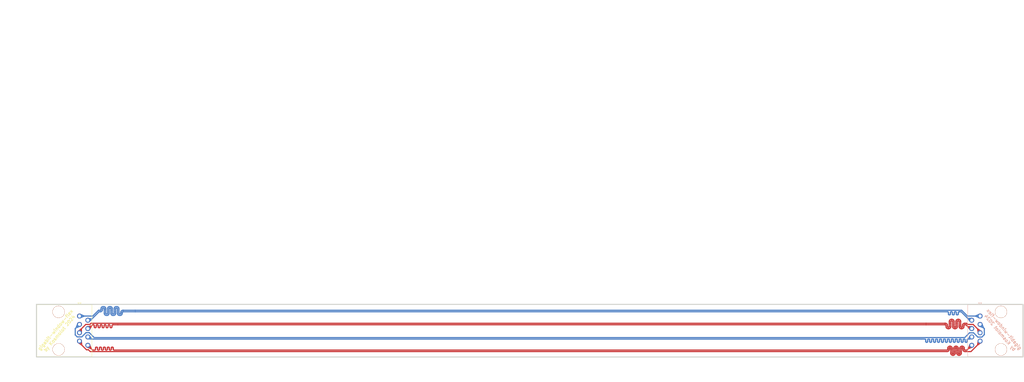
<source format=kicad_pcb>
(kicad_pcb (version 20240108) (generator "pcbnew") (generator_version "8.0")
  (layers (0 "F.Cu" signal) (31 "B.Cu" signal) (34 "B.Paste" user) (35 "F.Paste" user) (36 "B.SilkS" user "B.Silkscreen") (37 "F.SilkS" user "F.Silkscreen") (38 "B.Mask" user) (39 "F.Mask" user) (44 "Edge.Cuts" user))
  (net 0 "")
  (net 1 "/DD+")
  (net 2 "/DB-")
  (net 3 "/DC+")
  (net 4 "/DC-")
  (net 5 "/DB+")
  (net 6 "/DA-")
  (net 7 "/DA+")
  (net 8 "/DD-")
  (footprint "Connector_RJ:RJ45_OST_PJ012-8P8CX_Vertical" (layer "F.Cu") (at 73.08 145.555 -90)
    (property "Reference" "J1" (hide yes))
    (property "Value" "MTJ-885X1")
    (fp_line (start 12.31 12.95) (end -3.42 12.95) (stroke (width 0.12)) (layer "F.SilkS"))
    (fp_line (start -4 0.5) (end -3.5 0) (stroke (width 0.12)) (layer "F.SilkS"))
    (fp_line (start -3.5 0) (end -4 -0.5) (stroke (width 0.12)) (layer "F.SilkS"))
    (fp_line (start -4 -0.5) (end -4 0.5) (stroke (width 0.12)) (layer "F.SilkS"))
    (fp_line (start -3.42 -3.79) (end -3.42 12.95) (stroke (width 0.12)) (layer "F.SilkS"))
    (fp_line (start 12.3 -3.79) (end -3.42 -3.79) (stroke (width 0.12)) (layer "F.SilkS"))
    (fp_line (start 12.31 -3.79) (end 12.31 12.95) (stroke (width 0.12)) (layer "F.SilkS"))
    (pad "" np_thru_hole circle (at -1.27 6.35 270) (size 3.65 3.65) (drill 3.45) (layers "*.Cu" "*.SilkS" "*.Mask"))
    (pad "" np_thru_hole circle (at 10.16 6.35 270) (size 3.65 3.65) (drill 3.45) (layers "*.Cu" "*.SilkS" "*.Mask"))
    (pad "1" thru_hole circle (at 0 0 270) (size 1.5 1.5) (drill 0.9) (layers "*.Cu" "*.Mask") (net 8 "/DD-"))
    (pad "2" thru_hole circle (at 1.27 -2.54 270) (size 1.5 1.5) (drill 0.9) (layers "*.Cu" "*.Mask") (net 1 "/DD+"))
    (pad "3" thru_hole circle (at 2.54 0 270) (size 1.5 1.5) (drill 0.9) (layers "*.Cu" "*.Mask") (net 2 "/DB-"))
    (pad "4" thru_hole circle (at 3.81 -2.54 270) (size 1.5 1.5) (drill 0.9) (layers "*.Cu" "*.Mask") (net 3 "/DC+"))
    (pad "5" thru_hole circle (at 5.08 0 270) (size 1.5 1.5) (drill 0.9) (layers "*.Cu" "*.Mask") (net 4 "/DC-"))
    (pad "6" thru_hole circle (at 6.35 -2.54 270) (size 1.5 1.5) (drill 0.9) (layers "*.Cu" "*.Mask") (net 5 "/DB+"))
    (pad "7" thru_hole circle (at 7.62 0 270) (size 1.5 1.5) (drill 0.9) (layers "*.Cu" "*.Mask") (net 6 "/DA-"))
    (pad "8" thru_hole circle (at 8.89 -2.54 270) (size 1.5 1.5) (drill 0.9) (layers "*.Cu" "*.Mask") (net 7 "/DA+"))
  )
  (footprint "Connector_RJ:RJ45_OST_PJ012-8P8CX_Vertical" (layer "B.Cu") (at 346.92 145.555 -90)
    (property "Reference" "J2" (hide yes))
    (property "Value" "MTJ-885X1")
    (fp_line (start -3.42 3.79) (end 12.3 3.79) (stroke (width 0.12)) (layer "B.SilkS"))
    (fp_line (start -4 0.5) (end -3.5 0) (stroke (width 0.12)) (layer "B.SilkS"))
    (fp_line (start -3.5 0) (end -4 -0.5) (stroke (width 0.12)) (layer "B.SilkS"))
    (fp_line (start -4 -0.5) (end -4 0.5) (stroke (width 0.12)) (layer "B.SilkS"))
    (fp_line (start -3.42 -12.95) (end -3.42 3.79) (stroke (width 0.12)) (layer "B.SilkS"))
    (fp_line (start -3.42 -12.95) (end 12.31 -12.95) (stroke (width 0.12)) (layer "B.SilkS"))
    (fp_line (start 12.31 -12.95) (end 12.31 3.79) (stroke (width 0.12)) (layer "B.SilkS"))
    (pad "" np_thru_hole circle (at -1.27 -6.35 270) (size 3.65 3.65) (drill 3.45) (layers "*.Cu" "*.SilkS" "*.Mask"))
    (pad "" np_thru_hole circle (at 10.16 -6.35 270) (size 3.65 3.65) (drill 3.45) (layers "*.Cu" "*.SilkS" "*.Mask"))
    (pad "1" thru_hole circle (at 0 0 270) (size 1.5 1.5) (drill 0.9) (layers "*.Cu" "*.Mask") (net 8 "/DD-"))
    (pad "2" thru_hole circle (at 1.27 2.54 270) (size 1.5 1.5) (drill 0.9) (layers "*.Cu" "*.Mask") (net 1 "/DD+"))
    (pad "3" thru_hole circle (at 2.54 0 270) (size 1.5 1.5) (drill 0.9) (layers "*.Cu" "*.Mask") (net 2 "/DB-"))
    (pad "4" thru_hole circle (at 3.81 2.54 270) (size 1.5 1.5) (drill 0.9) (layers "*.Cu" "*.Mask") (net 3 "/DC+"))
    (pad "5" thru_hole circle (at 5.08 0 270) (size 1.5 1.5) (drill 0.9) (layers "*.Cu" "*.Mask") (net 4 "/DC-"))
    (pad "6" thru_hole circle (at 6.35 2.54 270) (size 1.5 1.5) (drill 0.9) (layers "*.Cu" "*.Mask") (net 5 "/DB+"))
    (pad "7" thru_hole circle (at 7.62 0 270) (size 1.5 1.5) (drill 0.9) (layers "*.Cu" "*.Mask") (net 6 "/DA-"))
    (pad "8" thru_hole circle (at 8.89 2.54 270) (size 1.5 1.5) (drill 0.9) (layers "*.Cu" "*.Mask") (net 7 "/DA+"))
  )
  (gr_rect (start 60 142) (end 360 158) (stroke (width 0.3)) (fill none) (layer "Edge.Cuts"))
  (gr_text "gigabit-window-flex\nby Kosmolot 2024" (at 353.6 150.1 310) (layer "B.SilkS") (effects (font (size 1 1) (thickness 0.2) (bold yes)) (justify mirror)))
  (gr_text "gigabit-window-flex\nby Kosmolot 2024" (at 66.4 150.3 50) (layer "F.SilkS") (effects (font (size 1 1) (thickness 0.2) (bold yes))))
  (segment (start 79.05 144.25) (end 79.452404 144.25) (width 0.35) (layer "B.Cu") (net 1))
  (segment (start 80.077404 143.625) (end 80.077404 143.299195) (width 0.35) (layer "B.Cu") (net 1))
  (segment (start 80.627404 143.625) (end 80.627404 144.750805) (width 0.35) (layer "B.Cu") (net 1))
  (segment (start 337.89 144.954545) (end 337.89 144.49) (width 0.35) (layer "B.Cu") (net 1))
  (segment (start 82.627404 143.8) (end 82.627404 144.750805) (width 0.35) (layer "B.Cu") (net 1))
  (segment (start 338.49 144.49) (end 338.49 144.954548) (width 0.35) (layer "B.Cu") (net 1))
  (segment (start 76.475 146.825) (end 79.05 144.25) (width 0.35) (layer "B.Cu") (net 1))
  (segment (start 340.53 144.25) (end 340.65 144.25) (width 0.35) (layer "B.Cu") (net 1))
  (segment (start 340.65 144.25) (end 340.7 144.25) (width 0.35) (layer "B.Cu") (net 1))
  (segment (start 339.69 144.49) (end 339.69 144.954555) (width 0.35) (layer "B.Cu") (net 1))
  (segment (start 90.05 144.25) (end 337.05 144.25) (width 0.35) (layer "B.Cu") (net 1))
  (segment (start 85.252404 145.37583) (end 85.452404 145.37583) (width 0.35) (layer "B.Cu") (net 1))
  (segment (start 84.077404 144.25) (end 84.077404 143.299195) (width 0.35) (layer "B.Cu") (net 1))
  (segment (start 86.077404 144.75083) (end 86.077404 144.425) (width 0.35) (layer "B.Cu") (net 1))
  (segment (start 75.62 146.825) (end 76.475 146.825) (width 0.35) (layer "B.Cu") (net 1))
  (segment (start 84.627404 143.299195) (end 84.627404 143.8) (width 0.35) (layer "B.Cu") (net 1))
  (segment (start 337.53 145.194545) (end 337.65 145.194545) (width 0.35) (layer "B.Cu") (net 1))
  (segment (start 86.452404 144.25) (end 90.05 144.25) (width 0.35) (layer "B.Cu") (net 1))
  (segment (start 337.29 144.49) (end 337.29 144.954545) (width 0.35) (layer "B.Cu") (net 1))
  (segment (start 80.627404 143.299195) (end 80.627404 143.625) (width 0.35) (layer "B.Cu") (net 1))
  (segment (start 339.33 144.25) (end 339.45 144.25) (width 0.35) (layer "B.Cu") (net 1))
  (segment (start 338.73 145.194548) (end 338.85 145.194548) (width 0.35) (layer "B.Cu") (net 1))
  (segment (start 343.725 146.825) (end 344.38 146.825) (width 0.35) (layer "B.Cu") (net 1))
  (segment (start 340.29 144.954555) (end 340.29 144.49) (width 0.35) (layer "B.Cu") (net 1))
  (segment (start 341.15 144.25) (end 343.725 146.825) (width 0.35) (layer "B.Cu") (net 1))
  (segment (start 338.13 144.25) (end 338.25 144.25) (width 0.35) (layer "B.Cu") (net 1))
  (segment (start 82.077404 144.750805) (end 82.077404 144.25) (width 0.35) (layer "B.Cu") (net 1))
  (segment (start 82.252404 143.124195) (end 82.452404 143.124195) (width 0.35) (layer "B.Cu") (net 1))
  (segment (start 82.627404 143.299195) (end 82.627404 143.8) (width 0.35) (layer "B.Cu") (net 1))
  (segment (start 339.09 144.954548) (end 339.09 144.49) (width 0.35) (layer "B.Cu") (net 1))
  (segment (start 84.252404 143.124195) (end 84.452404 143.124195) (width 0.35) (layer "B.Cu") (net 1))
  (segment (start 86.252404 144.25) (end 86.452404 144.25) (width 0.35) (layer "B.Cu") (net 1))
  (segment (start 82.077404 144.25) (end 82.077404 143.299195) (width 0.35) (layer "B.Cu") (net 1))
  (segment (start 84.077404 144.750805) (end 84.077404 144.25) (width 0.35) (layer "B.Cu") (net 1))
  (segment (start 80.252404 143.124195) (end 80.452404 143.124195) (width 0.35) (layer "B.Cu") (net 1))
  (segment (start 339.93 145.194555) (end 340.05 145.194555) (width 0.35) (layer "B.Cu") (net 1))
  (segment (start 84.627404 143.8) (end 84.627404 144.75083) (width 0.35) (layer "B.Cu") (net 1))
  (segment (start 81.252404 145.375805) (end 81.452404 145.375805) (width 0.35) (layer "B.Cu") (net 1))
  (segment (start 83.252404 145.375805) (end 83.452404 145.375805) (width 0.35) (layer "B.Cu") (net 1))
  (segment (start 340.7 144.25) (end 341.15 144.25) (width 0.35) (layer "B.Cu") (net 1))
  (arc (start 86.077404 144.425) (mid 86.12866 144.301256) (end 86.252404 144.25) (width 0.35) (layer "B.Cu") (net 1))
  (arc (start 81.452404 145.375805) (mid 81.894346 145.192747) (end 82.077404 144.750805) (width 0.35) (layer "B.Cu") (net 1))
  (arc (start 337.29 144.954545) (mid 337.360294 145.124251) (end 337.53 145.194545) (width 0.35) (layer "B.Cu") (net 1))
  (arc (start 339.09 144.49) (mid 339.160294 144.320294) (end 339.33 144.25) (width 0.35) (layer "B.Cu") (net 1))
  (arc (start 83.452404 145.375805) (mid 83.894346 145.192747) (end 84.077404 144.750805) (width 0.35) (layer "B.Cu") (net 1))
  (arc (start 339.69 144.954555) (mid 339.760294 145.124261) (end 339.93 145.194555) (width 0.35) (layer "B.Cu") (net 1))
  (arc (start 84.077404 143.299195) (mid 84.12866 143.175451) (end 84.252404 143.124195) (width 0.35) (layer "B.Cu") (net 1))
  (arc (start 80.452404 143.124195) (mid 80.576148 143.175451) (end 80.627404 143.299195) (width 0.35) (layer "B.Cu") (net 1))
  (arc (start 79.452404 144.25) (mid 79.894346 144.066942) (end 80.077404 143.625) (width 0.35) (layer "B.Cu") (net 1))
  (arc (start 84.452404 143.124195) (mid 84.576148 143.175451) (end 84.627404 143.299195) (width 0.35) (layer "B.Cu") (net 1))
  (arc (start 82.627404 144.750805) (mid 82.810462 145.192747) (end 83.252404 145.375805) (width 0.35) (layer "B.Cu") (net 1))
  (arc (start 80.077404 143.299195) (mid 80.12866 143.175451) (end 80.252404 143.124195) (width 0.35) (layer "B.Cu") (net 1))
  (arc (start 338.85 145.194548) (mid 339.019706 145.124254) (end 339.09 144.954548) (width 0.35) (layer "B.Cu") (net 1))
  (arc (start 82.452404 143.124195) (mid 82.576148 143.175451) (end 82.627404 143.299195) (width 0.35) (layer "B.Cu") (net 1))
  (arc (start 84.627404 144.75083) (mid 84.810462 145.192772) (end 85.252404 145.37583) (width 0.35) (layer "B.Cu") (net 1))
  (arc (start 337.05 144.25) (mid 337.219706 144.320294) (end 337.29 144.49) (width 0.35) (layer "B.Cu") (net 1))
  (arc (start 85.452404 145.37583) (mid 85.894346 145.192772) (end 86.077404 144.75083) (width 0.35) (layer "B.Cu") (net 1))
  (arc (start 337.89 144.49) (mid 337.960294 144.320294) (end 338.13 144.25) (width 0.35) (layer "B.Cu") (net 1))
  (arc (start 338.25 144.25) (mid 338.419706 144.320294) (end 338.49 144.49) (width 0.35) (layer "B.Cu") (net 1))
  (arc (start 340.29 144.49) (mid 340.360294 144.320294) (end 340.53 144.25) (width 0.35) (layer "B.Cu") (net 1))
  (arc (start 340.05 145.194555) (mid 340.219706 145.124261) (end 340.29 144.954555) (width 0.35) (layer "B.Cu") (net 1))
  (arc (start 337.65 145.194545) (mid 337.819706 145.124251) (end 337.89 144.954545) (width 0.35) (layer "B.Cu") (net 1))
  (arc (start 338.49 144.954548) (mid 338.560294 145.124254) (end 338.73 145.194548) (width 0.35) (layer "B.Cu") (net 1))
  (arc (start 82.077404 143.299195) (mid 82.12866 143.175451) (end 82.252404 143.124195) (width 0.35) (layer "B.Cu") (net 1))
  (arc (start 339.45 144.25) (mid 339.619706 144.320294) (end 339.69 144.49) (width 0.35) (layer "B.Cu") (net 1))
  (arc (start 80.627404 144.750805) (mid 80.810462 145.192747) (end 81.252404 145.375805) (width 0.35) (layer "B.Cu") (net 1))
  (segment (start 346.228642 151.95) (end 347.45 151.95) (width 0.35) (layer "B.Cu") (net 2))
  (segment (start 71.8 149.375) (end 71.8 151.3) (width 0.35) (layer "B.Cu") (net 2))
  (segment (start 348.2 151.2) (end 348.2 149.375) (width 0.35) (layer "B.Cu") (net 2))
  (segment (start 76.057284 150.6) (end 77.557284 152.1) (width 0.35) (layer "B.Cu") (net 2))
  (segment (start 348.2 149.375) (end 346.92 148.095) (width 0.35) (layer "B.Cu") (net 2))
  (segment (start 343.7 150.65) (end 344.928642 150.65) (width 0.35) (layer "B.Cu") (net 2))
  (segment (start 73.08 148.095) (end 71.8 149.375) (width 0.35) (layer "B.Cu") (net 2))
  (segment (start 342.25 152.1) (end 343.7 150.65) (width 0.35) (layer "B.Cu") (net 2))
  (segment (start 73.768858 151.9) (end 75.068858 150.6) (width 0.35) (layer "B.Cu") (net 2))
  (segment (start 344.928642 150.65) (end 346.228642 151.95) (width 0.35) (layer "B.Cu") (net 2))
  (segment (start 77.557284 152.1) (end 342.25 152.1) (width 0.35) (layer "B.Cu") (net 2))
  (segment (start 347.45 151.95) (end 348.2 151.2) (width 0.35) (layer "B.Cu") (net 2))
  (segment (start 72.4 151.9) (end 73.768858 151.9) (width 0.35) (layer "B.Cu") (net 2))
  (segment (start 71.8 151.3) (end 72.4 151.9) (width 0.35) (layer "B.Cu") (net 2))
  (segment (start 75.068858 150.6) (end 76.057284 150.6) (width 0.35) (layer "B.Cu") (net 2))
  (segment (start 342.009417 148.375) (end 342.009417 148.769675) (width 0.35) (layer "F.Cu") (net 3))
  (segment (start 82.605537 149.084888) (end 82.725537 149.084888) (width 0.35) (layer "F.Cu") (net 3))
  (segment (start 81.405537 149.084888) (end 81.525537 149.084888) (width 0.35) (layer "F.Cu") (net 3))
  (segment (start 78.405537 148.2) (end 78.525537 148.2) (width 0.35) (layer "F.Cu") (net 3))
  (segment (start 339.384417 149.394675) (end 339.184417 149.394675) (width 0.35) (layer "F.Cu") (net 3))
  (segment (start 340.559417 148.769675) (end 340.559417 148.375) (width 0.35) (layer "F.Cu") (net 3))
  (segment (start 82.005537 148.2) (end 82.125537 148.2) (width 0.35) (layer "F.Cu") (net 3))
  (segment (start 77.565537 148.44) (end 77.565537 148.844888) (width 0.35) (layer "F.Cu") (net 3))
  (segment (start 342.6 148.2) (end 342.184417 148.2) (width 0.35) (layer "F.Cu") (net 3))
  (segment (start 81.165537 148.44) (end 81.165537 148.844888) (width 0.35) (layer "F.Cu") (net 3))
  (segment (start 78.165537 148.844888) (end 78.165537 148.44) (width 0.35) (layer "F.Cu") (net 3))
  (segment (start 83.205537 148.2) (end 83.325537 148.2) (width 0.35) (layer "F.Cu") (net 3))
  (segment (start 340.009417 147.75) (end 340.009417 148.769675) (width 0.35) (layer "F.Cu") (net 3))
  (segment (start 79.605537 148.2) (end 79.725537 148.2) (width 0.35) (layer "F.Cu") (net 3))
  (segment (start 336.184417 148.2) (end 330.5 148.2) (width 0.35) (layer "F.Cu") (net 3))
  (segment (start 340.559417 148.375) (end 340.559417 147.180325) (width 0.35) (layer "F.Cu") (net 3))
  (segment (start 79.965537 148.44) (end 79.965537 148.844888) (width 0.35) (layer "F.Cu") (net 3))
  (segment (start 80.205537 149.084888) (end 80.325537 149.084888) (width 0.35) (layer "F.Cu") (net 3))
  (segment (start 338.559417 148.2) (end 338.559417 147.180325) (width 0.35) (layer "F.Cu") (net 3))
  (segment (start 341.384417 149.394675) (end 341.184417 149.394675) (width 0.35) (layer "F.Cu") (net 3))
  (segment (start 338.384417 147.005325) (end 338.184417 147.005325) (width 0.35) (layer "F.Cu") (net 3))
  (segment (start 336.384417 148.2) (end 336.184417 148.2) (width 0.35) (layer "F.Cu") (net 3))
  (segment (start 80.805537 148.2) (end 80.925537 148.2) (width 0.35) (layer "F.Cu") (net 3))
  (segment (start 336.559417 148.769662) (end 336.559417 148.375) (width 0.35) (layer "F.Cu") (net 3))
  (segment (start 338.559417 148.769675) (end 338.559417 148.2) (width 0.35) (layer "F.Cu") (net 3))
  (segment (start 78.765537 148.44) (end 78.765537 148.844888) (width 0.35) (layer "F.Cu") (net 3))
  (segment (start 338.009417 147.180325) (end 338.009417 147.75) (width 0.35) (layer "F.Cu") (net 3))
  (segment (start 340.009417 147.180325) (end 340.009417 147.75) (width 0.35) (layer "F.Cu") (net 3))
  (segment (start 79.365537 148.844888) (end 79.365537 148.44) (width 0.35) (layer "F.Cu") (net 3))
  (segment (start 79.005537 149.084888) (end 79.125537 149.084888) (width 0.35) (layer "F.Cu") (net 3))
  (segment (start 344.38 149.365) (end 343.765 149.365) (width 0.35) (layer "F.Cu") (net 3))
  (segment (start 82.965537 148.844888) (end 82.965537 148.44) (width 0.35) (layer "F.Cu") (net 3))
  (segment (start 81.765537 148.844888) (end 81.765537 148.44) (width 0.35) (layer "F.Cu") (net 3))
  (segment (start 77.805537 149.084888) (end 77.925537 149.084888) (width 0.35) (layer "F.Cu") (net 3))
  (segment (start 77.1 148.2) (end 77.325537 148.2) (width 0.35) (layer "F.Cu") (net 3))
  (segment (start 75.62 149.365) (end 75.935 149.365) (width 0.35) (layer "F.Cu") (net 3))
  (segment (start 330.5 148.2) (end 84.749834 148.2) (width 0.35) (layer "F.Cu") (net 3))
  (segment (start 80.565537 148.844888) (end 80.565537 148.44) (width 0.35) (layer "F.Cu") (net 3))
  (segment (start 75.935 149.365) (end 77.1 148.2) (width 0.35) (layer "F.Cu") (net 3))
  (segment (start 338.009417 147.75) (end 338.009417 148.769662) (width 0.35) (layer "F.Cu") (net 3))
  (segment (start 337.384417 149.394662) (end 337.184417 149.394662) (width 0.35) (layer "F.Cu") (net 3))
  (segment (start 82.365537 148.44) (end 82.365537 148.844888) (width 0.35) (layer "F.Cu") (net 3))
  (segment (start 343.765 149.365) (end 342.6 148.2) (width 0.35) (layer "F.Cu") (net 3))
  (segment (start 340.384417 147.005325) (end 340.184417 147.005325) (width 0.35) (layer "F.Cu") (net 3))
  (segment (start 83.325537 148.2) (end 84.749834 148.2) (width 0.35) (layer "F.Cu") (net 3))
  (arc (start 77.565537 148.844888) (mid 77.635831 149.014594) (end 77.805537 149.084888) (width 0.35) (layer "F.Cu") (net 3))
  (arc (start 82.725537 149.084888) (mid 82.895243 149.014594) (end 82.965537 148.844888) (width 0.35) (layer "F.Cu") (net 3))
  (arc (start 81.525537 149.084888) (mid 81.695243 149.014594) (end 81.765537 148.844888) (width 0.35) (layer "F.Cu") (net 3))
  (arc (start 79.125537 149.084888) (mid 79.295243 149.014594) (end 79.365537 148.844888) (width 0.35) (layer "F.Cu") (net 3))
  (arc (start 79.965537 148.844888) (mid 80.035831 149.014594) (end 80.205537 149.084888) (width 0.35) (layer "F.Cu") (net 3))
  (arc (start 339.184417 149.394675) (mid 338.742475 149.211617) (end 338.559417 148.769675) (width 0.35) (layer "F.Cu") (net 3))
  (arc (start 82.365537 148.844888) (mid 82.435831 149.014594) (end 82.605537 149.084888) (width 0.35) (layer "F.Cu") (net 3))
  (arc (start 82.965537 148.44) (mid 83.035831 148.270294) (end 83.205537 148.2) (width 0.35) (layer "F.Cu") (net 3))
  (arc (start 82.125537 148.2) (mid 82.295243 148.270294) (end 82.365537 148.44) (width 0.35) (layer "F.Cu") (net 3))
  (arc (start 340.184417 147.005325) (mid 340.060673 147.056581) (end 340.009417 147.180325) (width 0.35) (layer "F.Cu") (net 3))
  (arc (start 342.184417 148.2) (mid 342.060673 148.251256) (end 342.009417 148.375) (width 0.35) (layer "F.Cu") (net 3))
  (arc (start 342.009417 148.769675) (mid 341.826359 149.211617) (end 341.384417 149.394675) (width 0.35) (layer "F.Cu") (net 3))
  (arc (start 77.325537 148.2) (mid 77.495243 148.270294) (end 77.565537 148.44) (width 0.35) (layer "F.Cu") (net 3))
  (arc (start 80.565537 148.44) (mid 80.635831 148.270294) (end 80.805537 148.2) (width 0.35) (layer "F.Cu") (net 3))
  (arc (start 340.009417 148.769675) (mid 339.826359 149.211617) (end 339.384417 149.394675) (width 0.35) (layer "F.Cu") (net 3))
  (arc (start 337.184417 149.394662) (mid 336.742475 149.211604) (end 336.559417 148.769662) (width 0.35) (layer "F.Cu") (net 3))
  (arc (start 338.009417 148.769662) (mid 337.826359 149.211604) (end 337.384417 149.394662) (width 0.35) (layer "F.Cu") (net 3))
  (arc (start 80.925537 148.2) (mid 81.095243 148.270294) (end 81.165537 148.44) (width 0.35) (layer "F.Cu") (net 3))
  (arc (start 340.559417 147.180325) (mid 340.508161 147.056581) (end 340.384417 147.005325) (width 0.35) (layer "F.Cu") (net 3))
  (arc (start 78.525537 148.2) (mid 78.695243 148.270294) (end 78.765537 148.44) (width 0.35) (layer "F.Cu") (net 3))
  (arc (start 79.725537 148.2) (mid 79.895243 148.270294) (end 79.965537 148.44) (width 0.35) (layer "F.Cu") (net 3))
  (arc (start 78.165537 148.44) (mid 78.235831 148.270294) (end 78.405537 148.2) (width 0.35) (layer "F.Cu") (net 3))
  (arc (start 77.925537 149.084888) (mid 78.095243 149.014594) (end 78.165537 148.844888) (width 0.35) (layer "F.Cu") (net 3))
  (arc (start 81.765537 148.44) (mid 81.835831 148.270294) (end 82.005537 148.2) (width 0.35) (layer "F.Cu") (net 3))
  (arc (start 79.365537 148.44) (mid 79.435831 148.270294) (end 79.605537 148.2) (width 0.35) (layer "F.Cu") (net 3))
  (arc (start 338.559417 147.180325) (mid 338.508161 147.056581) (end 338.384417 147.005325) (width 0.35) (layer "F.Cu") (net 3))
  (arc (start 81.165537 148.844888) (mid 81.235831 149.014594) (end 81.405537 149.084888) (width 0.35) (layer "F.Cu") (net 3))
  (arc (start 78.765537 148.844888) (mid 78.835831 149.014594) (end 79.005537 149.084888) (width 0.35) (layer "F.Cu") (net 3))
  (arc (start 80.325537 149.084888) (mid 80.495243 149.014594) (end 80.565537 148.844888) (width 0.35) (layer "F.Cu") (net 3))
  (arc (start 338.184417 147.005325) (mid 338.060673 147.056581) (end 338.009417 147.180325) (width 0.35) (layer "F.Cu") (net 3))
  (arc (start 336.559417 148.375) (mid 336.508161 148.251256) (end 336.384417 148.2) (width 0.35) (layer "F.Cu") (net 3))
  (arc (start 341.184417 149.394675) (mid 340.742475 149.211617) (end 340.559417 148.769675) (width 0.35) (layer "F.Cu") (net 3))
  (segment (start 337.009417 148.769662) (end 337.009417 148.375) (width 0.35) (layer "F.Cu") (net 4))
  (segment (start 339.559417 147.180325) (end 339.559417 147.75) (width 0.35) (layer "F.Cu") (net 4))
  (segment (start 337.559417 147.75) (end 337.559417 148.769662) (width 0.35) (layer "F.Cu") (net 4))
  (segment (start 341.009417 148.769675) (end 341.009417 148.375) (width 0.35) (layer "F.Cu") (net 4))
  (segment (start 341.384417 148.944675) (end 341.184417 148.944675) (width 0.35) (layer "F.Cu") (net 4))
  (segment (start 339.009417 148.769675) (end 339.009417 148.2) (width 0.35) (layer "F.Cu") (net 4))
  (segment (start 330.5 147.75) (end 76.6 147.75) (width 0.35) (layer "F.Cu") (net 4))
  (segment (start 339.559417 147.75) (end 339.559417 148.769675) (width 0.35) (layer "F.Cu") (net 4))
  (segment (start 346.92 150.635) (end 346.92 150.22) (width 0.35) (layer "F.Cu") (net 4))
  (segment (start 341.009417 148.375) (end 341.009417 147.180325) (width 0.35) (layer "F.Cu") (net 4))
  (segment (start 337.384417 148.944662) (end 337.184417 148.944662) (width 0.35) (layer "F.Cu") (net 4))
  (segment (start 73.08 150.02) (end 73.08 150.635) (width 0.35) (layer "F.Cu") (net 4))
  (segment (start 341.559417 148.375) (end 341.559417 148.769675) (width 0.35) (layer "F.Cu") (net 4))
  (segment (start 346.92 150.22) (end 344.8 148.1) (width 0.35) (layer "F.Cu") (net 4))
  (segment (start 76.6 147.75) (end 76.25 148.1) (width 0.35) (layer "F.Cu") (net 4))
  (segment (start 75 148.1) (end 73.08 150.02) (width 0.35) (layer "F.Cu") (net 4))
  (segment (start 342.786396 147.75) (end 342.184417 147.75) (width 0.35) (layer "F.Cu") (net 4))
  (segment (start 339.384417 148.944675) (end 339.184417 148.944675) (width 0.35) (layer "F.Cu") (net 4))
  (segment (start 336.184417 147.75) (end 330.5 147.75) (width 0.35) (layer "F.Cu") (net 4))
  (segment (start 338.384417 146.555325) (end 338.184417 146.555325) (width 0.35) (layer "F.Cu") (net 4))
  (segment (start 339.009417 148.2) (end 339.009417 147.180325) (width 0.35) (layer "F.Cu") (net 4))
  (segment (start 76.25 148.1) (end 75 148.1) (width 0.35) (layer "F.Cu") (net 4))
  (segment (start 337.559417 147.180325) (end 337.559417 147.75) (width 0.35) (layer "F.Cu") (net 4))
  (segment (start 340.384417 146.555325) (end 340.184417 146.555325) (width 0.35) (layer "F.Cu") (net 4))
  (segment (start 344.8 148.1) (end 343.136396 148.1) (width 0.35) (layer "F.Cu") (net 4))
  (segment (start 343.136396 148.1) (end 342.786396 147.75) (width 0.35) (layer "F.Cu") (net 4))
  (segment (start 336.384417 147.75) (end 336.184417 147.75) (width 0.35) (layer "F.Cu") (net 4))
  (arc (start 341.559417 148.769675) (mid 341.508161 148.893419) (end 341.384417 148.944675) (width 0.35) (layer "F.Cu") (net 4))
  (arc (start 337.559417 148.769662) (mid 337.508161 148.893406) (end 337.384417 148.944662) (width 0.35) (layer "F.Cu") (net 4))
  (arc (start 339.009417 147.180325) (mid 338.826359 146.738383) (end 338.384417 146.555325) (width 0.35) (layer "F.Cu") (net 4))
  (arc (start 339.559417 148.769675) (mid 339.508161 148.893419) (end 339.384417 148.944675) (width 0.35) (layer "F.Cu") (net 4))
  (arc (start 340.184417 146.555325) (mid 339.742475 146.738383) (end 339.559417 147.180325) (width 0.35) (layer "F.Cu") (net 4))
  (arc (start 342.184417 147.75) (mid 341.742475 147.933058) (end 341.559417 148.375) (width 0.35) (layer "F.Cu") (net 4))
  (arc (start 337.184417 148.944662) (mid 337.060673 148.893406) (end 337.009417 148.769662) (width 0.35) (layer "F.Cu") (net 4))
  (arc (start 341.009417 147.180325) (mid 340.826359 146.738383) (end 340.384417 146.555325) (width 0.35) (layer "F.Cu") (net 4))
  (arc (start 338.184417 146.555325) (mid 337.742475 146.738383) (end 337.559417 147.180325) (width 0.35) (layer "F.Cu") (net 4))
  (arc (start 337.009417 148.375) (mid 336.826359 147.933058) (end 336.384417 147.75) (width 0.35) (layer "F.Cu") (net 4))
  (arc (start 339.184417 148.944675) (mid 339.060673 148.893419) (end 339.009417 148.769675) (width 0.35) (layer "F.Cu") (net 4))
  (arc (start 341.184417 148.944675) (mid 341.060673 148.893419) (end 341.009417 148.769675) (width 0.35) (layer "F.Cu") (net 4))
  (segment (start 331.578746 153.296986) (end 331.578746 152.79) (width 0.35) (layer "B.Cu") (net 5))
  (segment (start 333.138746 153.536986) (end 333.018746 153.536986) (width 0.35) (layer "B.Cu") (net 5))
  (segment (start 339.138746 153.536986) (end 339.018746 153.536986) (width 0.35) (layer "B.Cu") (net 5))
  (segment (start 333.378746 152.79) (end 333.378746 153.296986) (width 0.35) (layer "B.Cu") (net 5))
  (segment (start 336.378746 153.296986) (end 336.378746 152.79) (width 0.35) (layer "B.Cu") (net 5))
  (segment (start 338.778746 153.296986) (end 338.778746 152.79) (width 0.35) (layer "B.Cu") (net 5))
  (segment (start 330.018746 152.55) (end 329.035779 152.55) (width 0.35) (layer "B.Cu") (net 5))
  (segment (start 333.738746 152.55) (end 333.618746 152.55) (width 0.35) (layer "B.Cu") (net 5))
  (segment (start 331.938746 153.536986) (end 331.818746 153.536986) (width 0.35) (layer "B.Cu") (net 5))
  (segment (start 341.538746 153.536986) (end 341.418746 153.536986) (width 0.35) (layer "B.Cu") (net 5))
  (segment (start 339.978746 153.296986) (end 339.978746 152.79) (width 0.35) (layer "B.Cu") (net 5))
  (segment (start 336.138746 152.55) (end 336.018746 152.55) (width 0.35) (layer "B.Cu") (net 5))
  (segment (start 341.178746 153.296986) (end 341.178746 152.79) (width 0.35) (layer "B.Cu") (net 5))
  (segment (start 76.7 152.55) (end 76.055 151.905) (width 0.35) (layer "B.Cu") (net 5))
  (segment (start 337.578746 153.296986) (end 337.578746 152.79) (width 0.35) (layer "B.Cu") (net 5))
  (segment (start 339.738746 152.55) (end 339.618746 152.55) (width 0.35) (layer "B.Cu") (net 5))
  (segment (start 335.178746 153.296986) (end 335.178746 152.79) (width 0.35) (layer "B.Cu") (net 5))
  (segment (start 335.538746 153.536986) (end 335.418746 153.536986) (width 0.35) (layer "B.Cu") (net 5))
  (segment (start 342.978746 152.79) (end 342.978746 153.296986) (width 0.35) (layer "B.Cu") (net 5))
  (segment (start 334.578746 152.79) (end 334.578746 153.296986) (width 0.35) (layer "B.Cu") (net 5))
  (segment (start 342.138746 152.55) (end 342.018746 152.55) (width 0.35) (layer "B.Cu") (net 5))
  (segment (start 336.738746 153.536986) (end 336.618746 153.536986) (width 0.35) (layer "B.Cu") (net 5))
  (segment (start 332.538746 152.55) (end 332.418746 152.55) (width 0.35) (layer "B.Cu") (net 5))
  (segment (start 340.938746 152.55) (end 340.818746 152.55) (width 0.35) (layer "B.Cu") (net 5))
  (segment (start 341.778746 152.79) (end 341.778746 153.296986) (width 0.35) (layer "B.Cu") (net 5))
  (segment (start 334.938746 152.55) (end 334.818746 152.55) (width 0.35) (layer "B.Cu") (net 5))
  (segment (start 330.738746 153.537005) (end 330.618746 153.537005) (width 0.35) (layer "B.Cu") (net 5))
  (segment (start 342.738746 153.536986) (end 342.618746 153.536986) (width 0.35) (layer "B.Cu") (net 5))
  (segment (start 340.578746 152.79) (end 340.578746 153.296986) (width 0.35) (layer "B.Cu") (net 5))
  (segment (start 337.338746 152.55) (end 337.218746 152.55) (width 0.35) (layer "B.Cu") (net 5))
  (segment (start 76.055 151.905) (end 75.62 151.905) (width 0.35) (layer "B.Cu") (net 5))
  (segment (start 340.338746 153.536986) (end 340.218746 153.536986) (width 0.35) (layer "B.Cu") (net 5))
  (segment (start 344.38 151.905) (end 343.735 152.55) (width 0.35) (layer "B.Cu") (net 5))
  (segment (start 330.978746 152.79) (end 330.978746 153.297005) (width 0.35) (layer "B.Cu") (net 5))
  (segment (start 342.378746 153.296986) (end 342.378746 152.79) (width 0.35) (layer "B.Cu") (net 5))
  (segment (start 336.978746 152.79) (end 336.978746 153.296986) (width 0.35) (layer "B.Cu") (net 5))
  (segment (start 329.035779 152.55) (end 76.7 152.55) (width 0.35) (layer "B.Cu") (net 5))
  (segment (start 338.178746 152.79) (end 338.178746 153.296986) (width 0.35) (layer "B.Cu") (net 5))
  (segment (start 331.338746 152.55) (end 331.218746 152.55) (width 0.35) (layer "B.Cu") (net 5))
  (segment (start 338.538746 152.55) (end 338.418746 152.55) (width 0.35) (layer "B.Cu") (net 5))
  (segment (start 339.378746 152.79) (end 339.378746 153.296986) (width 0.35) (layer "B.Cu") (net 5))
  (segment (start 337.938746 153.536986) (end 337.818746 153.536986) (width 0.35) (layer "B.Cu") (net 5))
  (segment (start 332.178746 152.79) (end 332.178746 153.296986) (width 0.35) (layer "B.Cu") (net 5))
  (segment (start 330.378746 153.297005) (end 330.378746 152.79) (width 0.35) (layer "B.Cu") (net 5))
  (segment (start 333.978746 153.296986) (end 333.978746 152.79) (width 0.35) (layer "B.Cu") (net 5))
  (segment (start 334.338746 153.536986) (end 334.218746 153.536986) (width 0.35) (layer "B.Cu") (net 5))
  (segment (start 332.778746 153.296986) (end 332.778746 152.79) (width 0.35) (layer "B.Cu") (net 5))
  (segment (start 330.138746 152.55) (end 330.018746 152.55) (width 0.35) (layer "B.Cu") (net 5))
  (segment (start 343.735 152.55) (end 343.218746 152.55) (width 0.35) (layer "B.Cu") (net 5))
  (segment (start 335.778746 152.79) (end 335.778746 153.296986) (width 0.35) (layer "B.Cu") (net 5))
  (arc (start 336.618746 153.536986) (mid 336.44904 153.466692) (end 336.378746 153.296986) (width 0.35) (layer "B.Cu") (net 5))
  (arc (start 341.778746 153.296986) (mid 341.708452 153.466692) (end 341.538746 153.536986) (width 0.35) (layer "B.Cu") (net 5))
  (arc (start 342.018746 152.55) (mid 341.84904 152.620294) (end 341.778746 152.79) (width 0.35) (layer "B.Cu") (net 5))
  (arc (start 341.418746 153.536986) (mid 341.24904 153.466692) (end 341.178746 153.296986) (width 0.35) (layer "B.Cu") (net 5))
  (arc (start 334.578746 153.296986) (mid 334.508452 153.466692) (end 334.338746 153.536986) (width 0.35) (layer "B.Cu") (net 5))
  (arc (start 336.378746 152.79) (mid 336.308452 152.620294) (end 336.138746 152.55) (width 0.35) (layer "B.Cu") (net 5))
  (arc (start 339.018746 153.536986) (mid 338.84904 153.466692) (end 338.778746 153.296986) (width 0.35) (layer "B.Cu") (net 5))
  (arc (start 335.418746 153.536986) (mid 335.24904 153.466692) (end 335.178746 153.296986) (width 0.35) (layer "B.Cu") (net 5))
  (arc (start 333.018746 153.536986) (mid 332.84904 153.466692) (end 332.778746 153.296986) (width 0.35) (layer "B.Cu") (net 5))
  (arc (start 332.418746 152.55) (mid 332.24904 152.620294) (end 332.178746 152.79) (width 0.35) (layer "B.Cu") (net 5))
  (arc (start 330.378746 152.79) (mid 330.308452 152.620294) (end 330.138746 152.55) (width 0.35) (layer "B.Cu") (net 5))
  (arc (start 338.418746 152.55) (mid 338.24904 152.620294) (end 338.178746 152.79) (width 0.35) (layer "B.Cu") (net 5))
  (arc (start 338.178746 153.296986) (mid 338.108452 153.466692) (end 337.938746 153.536986) (width 0.35) (layer "B.Cu") (net 5))
  (arc (start 332.178746 153.296986) (mid 332.108452 153.466692) (end 331.938746 153.536986) (width 0.35) (layer "B.Cu") (net 5))
  (arc (start 337.218746 152.55) (mid 337.04904 152.620294) (end 336.978746 152.79) (width 0.35) (layer "B.Cu") (net 5))
  (arc (start 333.978746 152.79) (mid 333.908452 152.620294) (end 333.738746 152.55) (width 0.35) (layer "B.Cu") (net 5))
  (arc (start 339.378746 153.296986) (mid 339.308452 153.466692) (end 339.138746 153.536986) (width 0.35) (layer "B.Cu") (net 5))
  (arc (start 338.778746 152.79) (mid 338.708452 152.620294) (end 338.538746 152.55) (width 0.35) (layer "B.Cu") (net 5))
  (arc (start 341.178746 152.79) (mid 341.108452 152.620294) (end 340.938746 152.55) (width 0.35) (layer "B.Cu") (net 5))
  (arc (start 342.618746 153.536986) (mid 342.44904 153.466692) (end 342.378746 153.296986) (width 0.35) (layer "B.Cu") (net 5))
  (arc (start 340.218746 153.536986) (mid 340.04904 153.466692) (end 339.978746 153.296986) (width 0.35) (layer "B.Cu") (net 5))
  (arc (start 336.978746 153.296986) (mid 336.908452 153.466692) (end 336.738746 153.536986) (width 0.35) (layer "B.Cu") (net 5))
  (arc (start 335.178746 152.79) (mid 335.108452 152.620294) (end 334.938746 152.55) (width 0.35) (layer "B.Cu") (net 5))
  (arc (start 333.378746 153.296986) (mid 333.308452 153.466692) (end 333.138746 153.536986) (width 0.35) (layer "B.Cu") (net 5))
  (arc (start 332.778746 152.79) (mid 332.708452 152.620294) (end 332.538746 152.55) (width 0.35) (layer "B.Cu") (net 5))
  (arc (start 340.818746 152.55) (mid 340.64904 152.620294) (end 340.578746 152.79) (width 0.35) (layer "B.Cu") (net 5))
  (arc (start 331.578746 152.79) (mid 331.508452 152.620294) (end 331.338746 152.55) (width 0.35) (layer "B.Cu") (net 5))
  (arc (start 337.818746 153.536986) (mid 337.64904 153.466692) (end 337.578746 153.296986) (width 0.35) (layer "B.Cu") (net 5))
  (arc (start 331.818746 153.536986) (mid 331.64904 153.466692) (end 331.578746 153.296986) (width 0.35) (layer "B.Cu") (net 5))
  (arc (start 342.378746 152.79) (mid 342.308452 152.620294) (end 342.138746 152.55) (width 0.35) (layer "B.Cu") (net 5))
  (arc (start 330.978746 153.297005) (mid 330.908452 153.466711) (end 330.738746 153.537005) (width 0.35) (layer "B.Cu") (net 5))
  (arc (start 334.218746 153.536986) (mid 334.04904 153.466692) (end 333.978746 153.296986) (width 0.35) (layer "B.Cu") (net 5))
  (arc (start 334.818746 152.55) (mid 334.64904 152.620294) (end 334.578746 152.79) (width 0.35) (layer "B.Cu") (net 5))
  (arc (start 330.618746 153.537005) (mid 330.44904 153.466711) (end 330.378746 153.297005) (width 0.35) (layer "B.Cu") (net 5))
  (arc (start 336.018746 152.55) (mid 335.84904 152.620294) (end 335.778746 152.79) (width 0.35) (layer "B.Cu") (net 5))
  (arc (start 342.978746 153.296986) (mid 342.908452 153.466692) (end 342.738746 153.536986) (width 0.35) (layer "B.Cu") (net 5))
  (arc (start 340.578746 153.296986) (mid 340.508452 153.466692) (end 340.338746 153.536986) (width 0.35) (layer "B.Cu") (net 5))
  (arc (start 339.618746 152.55) (mid 339.44904 152.620294) (end 339.378746 152.79) (width 0.35) (layer "B.Cu") (net 5))
  (arc (start 343.218746 152.55) (mid 343.04904 152.620294) (end 342.978746 152.79) (width 0.35) (layer "B.Cu") (net 5))
  (arc (start 333.618746 152.55) (mid 333.44904 152.620294) (end 333.378746 152.79) (width 0.35) (layer "B.Cu") (net 5))
  (arc (start 337.578746 152.79) (mid 337.508452 152.620294) (end 337.338746 152.55) (width 0.35) (layer "B.Cu") (net 5))
  (arc (start 339.978746 152.79) (mid 339.908452 152.620294) (end 339.738746 152.55) (width 0.35) (layer "B.Cu") (net 5))
  (arc (start 331.218746 152.55) (mid 331.04904 152.620294) (end 330.978746 152.79) (width 0.35) (layer "B.Cu") (net 5))
  (arc (start 335.778746 153.296986) (mid 335.708452 153.466692) (end 335.538746 153.536986) (width 0.35) (layer "B.Cu") (net 5))
  (segment (start 339.365 156.35) (end 339.365 155.347458) (width 0.35) (layer "F.Cu") (net 6))
  (segment (start 76.35 156.35) (end 336.9 156.35) (width 0.35) (layer "F.Cu") (net 6))
  (segment (start 344.15 156.35) (end 346.92 153.58) (width 0.35) (layer "F.Cu") (net 6))
  (segment (start 339.835 155.9) (end 339.835 156.85254) (width 0.35) (layer "F.Cu") (net 6))
  (segment (start 73.08 153.68) (end 75.2 155.8) (width 0.35) (layer "F.Cu") (net 6))
  (segment (start 337.525 155.725) (end 337.525 155.347471) (width 0.35) (layer "F.Cu") (net 6))
  (segment (start 346.92 153.58) (end 346.92 153.175) (width 0.35) (layer "F.Cu") (net 6))
  (segment (start 339.835 155.347458) (end 339.835 155.9) (width 0.35) (layer "F.Cu") (net 6))
  (segment (start 341.675 155.347458) (end 341.675 155.725) (width 0.35) (layer "F.Cu") (net 6))
  (segment (start 73.08 153.175) (end 73.08 153.68) (width 0.35) (layer "F.Cu") (net 6))
  (segment (start 339.54 155.172458) (end 339.66 155.172458) (width 0.35) (layer "F.Cu") (net 6))
  (segment (start 338.62 157.477529) (end 338.74 157.477529) (width 0.35) (layer "F.Cu") (net 6))
  (segment (start 337.995 155.725) (end 337.995 156.852529) (width 0.35) (layer "F.Cu") (net 6))
  (segment (start 339.365 156.852529) (end 339.365 156.35) (width 0.35) (layer "F.Cu") (net 6))
  (segment (start 343.543854 156.35) (end 344.15 156.35) (width 0.35) (layer "F.Cu") (net 6))
  (segment (start 341.205 156.35) (end 341.205 155.347458) (width 0.35) (layer "F.Cu") (net 6))
  (segment (start 342.3 156.35) (end 342.42 156.35) (width 0.35) (layer "F.Cu") (net 6))
  (segment (start 341.38 155.172458) (end 341.5 155.172458) (width 0.35) (layer "F.Cu") (net 6))
  (segment (start 337.7 155.172471) (end 337.82 155.172471) (width 0.35) (layer "F.Cu") (net 6))
  (segment (start 341.205 156.85254) (end 341.205 156.35) (width 0.35) (layer "F.Cu") (net 6))
  (segment (start 337.995 155.347471) (end 337.995 155.725) (width 0.35) (layer "F.Cu") (net 6))
  (segment (start 75.8 155.8) (end 76.35 156.35) (width 0.35) (layer "F.Cu") (net 6))
  (segment (start 342.42 156.35) (end 343.543854 156.35) (width 0.35) (layer "F.Cu") (net 6))
  (segment (start 340.46 157.47754) (end 340.58 157.47754) (width 0.35) (layer "F.Cu") (net 6))
  (segment (start 75.2 155.8) (end 75.8 155.8) (width 0.35) (layer "F.Cu") (net 6))
  (arc (start 341.5 155.172458) (mid 341.623744 155.223714) (end 341.675 155.347458) (width 0.35) (layer "F.Cu") (net 6))
  (arc (start 337.82 155.172471) (mid 337.943744 155.223727) (end 337.995 155.347471) (width 0.35) (layer "F.Cu") (net 6))
  (arc (start 340.58 157.47754) (mid 341.021942 157.294482) (end 341.205 156.85254) (width 0.35) (layer "F.Cu") (net 6))
  (arc (start 337.525 155.347471) (mid 337.576256 155.223727) (end 337.7 155.172471) (width 0.35) (layer "F.Cu") (net 6))
  (arc (start 339.66 155.172458) (mid 339.783744 155.223714) (end 339.835 155.347458) (width 0.35) (layer "F.Cu") (net 6))
  (arc (start 339.835 156.85254) (mid 340.018058 157.294482) (end 340.46 157.47754) (width 0.35) (layer "F.Cu") (net 6))
  (arc (start 341.675 155.725) (mid 341.858058 156.166942) (end 342.3 156.35) (width 0.35) (layer "F.Cu") (net 6))
  (arc (start 338.74 157.477529) (mid 339.181942 157.294471) (end 339.365 156.852529) (width 0.35) (layer "F.Cu") (net 6))
  (arc (start 336.9 156.35) (mid 337.341942 156.166942) (end 337.525 155.725) (width 0.35) (layer "F.Cu") (net 6))
  (arc (start 339.365 155.347458) (mid 339.416256 155.223714) (end 339.54 155.172458) (width 0.35) (layer "F.Cu") (net 6))
  (arc (start 341.205 155.347458) (mid 341.256256 155.223714) (end 341.38 155.172458) (width 0.35) (layer "F.Cu") (net 6))
  (arc (start 337.995 156.852529) (mid 338.178058 157.294471) (end 338.62 157.477529) (width 0.35) (layer "F.Cu") (net 6))
  (segment (start 339.54 154.722458) (end 339.66 154.722458) (width 0.35) (layer "F.Cu") (net 7))
  (segment (start 83.591509 155.9) (end 83.711509 155.9) (width 0.35) (layer "F.Cu") (net 7))
  (segment (start 342.125 155.347458) (end 342.125 155.725) (width 0.35) (layer "F.Cu") (net 7))
  (segment (start 82.391509 155.9) (end 82.511509 155.9) (width 0.35) (layer "F.Cu") (net 7))
  (segment (start 84.2 155.9) (end 336.9 155.9) (width 0.35) (layer "F.Cu") (net 7))
  (segment (start 340.755 156.35) (end 340.755 155.347458) (width 0.35) (layer "F.Cu") (net 7))
  (segment (start 338.445 155.725) (end 338.445 156.852529) (width 0.35) (layer "F.Cu") (net 7))
  (segment (start 341.38 154.722458) (end 341.5 154.722458) (width 0.35) (layer "F.Cu") (net 7))
  (segment (start 83.351509 155.242021) (end 83.351509 155.66) (width 0.35) (layer "F.Cu") (net 7))
  (segment (start 79.751509 155.242021) (end 79.751509 155.66) (width 0.35) (layer "F.Cu") (net 7))
  (segment (start 338.62 157.027529) (end 338.74 157.027529) (width 0.35) (layer "F.Cu") (net 7))
  (segment (start 77.075 155.9) (end 77.711509 155.9) (width 0.35) (layer "F.Cu") (net 7))
  (segment (start 340.285 155.9) (end 340.285 156.85254) (width 0.35) (layer "F.Cu") (net 7))
  (segment (start 342.42 155.9) (end 342.925 155.9) (width 0.35) (layer "F.Cu") (net 7))
  (segment (start 81.551509 155.66) (end 81.551509 155.242001) (width 0.35) (layer "F.Cu") (net 7))
  (segment (start 82.151509 155.242001) (end 82.151509 155.66) (width 0.35) (layer "F.Cu") (net 7))
  (segment (start 340.46 157.02754) (end 340.58 157.02754) (width 0.35) (layer "F.Cu") (net 7))
  (segment (start 82.751509 155.66) (end 82.751509 155.242021) (width 0.35) (layer "F.Cu") (net 7))
  (segment (start 78.791509 155.9) (end 78.911509 155.9) (width 0.35) (layer "F.Cu") (net 7))
  (segment (start 81.191509 155.9) (end 81.311509 155.9) (width 0.35) (layer "F.Cu") (net 7))
  (segment (start 337.7 154.722471) (end 337.82 154.722471) (width 0.35) (layer "F.Cu") (net 7))
  (segment (start 340.285 155.347458) (end 340.285 155.9) (width 0.35) (layer "F.Cu") (net 7))
  (segment (start 338.445 155.347471) (end 338.445 155.725) (width 0.35) (layer "F.Cu") (net 7))
  (segment (start 79.391509 155.002021) (end 79.511509 155.002021) (width 0.35) (layer "F.Cu") (net 7))
  (segment (start 80.951509 155.242021) (end 80.951509 155.66) (width 0.35) (layer "F.Cu") (net 7))
  (segment (start 83.711509 155.9) (end 84.2 155.9) (width 0.35) (layer "F.Cu") (net 7))
  (segment (start 338.915 156.852529) (end 338.915 156.35) (width 0.35) (layer "F.Cu") (net 7))
  (segment (start 80.591509 155.002021) (end 80.711509 155.002021) (width 0.35) (layer "F.Cu") (net 7))
  (segment (start 79.151509 155.66) (end 79.151509 155.242021) (width 0.35) (layer "F.Cu") (net 7))
  (segment (start 77.951509 155.66) (end 77.951509 155.242021) (width 0.35) (layer "F.Cu") (net 7))
  (segment (start 340.755 156.85254) (end 340.755 156.35) (width 0.35) (layer "F.Cu") (net 7))
  (segment (start 342.3 155.9) (end 342.42 155.9) (width 0.35) (layer "F.Cu") (net 7))
  (segment (start 78.551509 155.242021) (end 78.551509 155.66) (width 0.35) (layer "F.Cu") (net 7))
  (segment (start 338.915 156.35) (end 338.915 155.347458) (width 0.35) (layer "F.Cu") (net 7))
  (segment (start 75.62 154.445) (end 77.075 155.9) (width 0.35) (layer "F.Cu") (net 7))
  (segment (start 81.791509 155.002001) (end 81.911509 155.002001) (width 0.35) (layer "F.Cu") (net 7))
  (segment (start 337.075 155.725) (end 337.075 155.347471) (width 0.35) (layer "F.Cu") (net 7))
  (segment (start 80.351509 155.66) (end 80.351509 155.242021) (width 0.35) (layer "F.Cu") (net 7))
  (segment (start 342.925 155.9) (end 343.543854 155.281146) (width 0.35) (layer "F.Cu") (net 7))
  (segment (start 78.191509 155.002021) (end 78.311509 155.002021) (width 0.35) (layer "F.Cu") (net 7))
  (segment (start 79.991509 155.9) (end 80.111509 155.9) (width 0.35) (layer "F.Cu") (net 7))
  (segment (start 343.543854 155.281146) (end 344.38 154.445) (width 0.35) (layer "F.Cu") (net 7))
  (segment (start 82.991509 155.002021) (end 83.111509 155.002021) (width 0.35) (layer "F.Cu") (net 7))
  (arc (start 339.66 154.722458) (mid 340.101942 154.905516) (end 340.285 155.347458) (width 0.35) (layer "F.Cu") (net 7))
  (arc (start 81.311509 155.9) (mid 81.481215 155.829706) (end 81.551509 155.66) (width 0.35) (layer "F.Cu") (net 7))
  (arc (start 79.751509 155.66) (mid 79.821803 155.829706) (end 79.991509 155.9) (width 0.35) (layer "F.Cu") (net 7))
  (arc (start 80.711509 155.002021) (mid 80.881215 155.072315) (end 80.951509 155.242021) (width 0.35) (layer "F.Cu") (net 7))
  (arc (start 78.311509 155.002021) (mid 78.481215 155.072315) (end 78.551509 155.242021) (width 0.35) (layer "F.Cu") (net 7))
  (arc (start 80.351509 155.242021) (mid 80.421803 155.072315) (end 80.591509 155.002021) (width 0.35) (layer "F.Cu") (net 7))
  (arc (start 82.151509 155.66) (mid 82.221803 155.829706) (end 82.391509 155.9) (width 0.35) (layer "F.Cu") (net 7))
  (arc (start 337.82 154.722471) (mid 338.261942 154.905529) (end 338.445 155.347471) (width 0.35) (layer "F.Cu") (net 7))
  (arc (start 78.911509 155.9) (mid 79.081215 155.829706) (end 79.151509 155.66) (width 0.35) (layer "F.Cu") (net 7))
  (arc (start 340.285 156.85254) (mid 340.336256 156.976284) (end 340.46 157.02754) (width 0.35) (layer "F.Cu") (net 7))
  (arc (start 82.511509 155.9) (mid 82.681215 155.829706) (end 82.751509 155.66) (width 0.35) (layer "F.Cu") (net 7))
  (arc (start 80.111509 155.9) (mid 80.281215 155.829706) (end 80.351509 155.66) (width 0.35) (layer "F.Cu") (net 7))
  (arc (start 83.351509 155.66) (mid 83.421803 155.829706) (end 83.591509 155.9) (width 0.35) (layer "F.Cu") (net 7))
  (arc (start 80.951509 155.66) (mid 81.021803 155.829706) (end 81.191509 155.9) (width 0.35) (layer "F.Cu") (net 7))
  (arc (start 337.075 155.347471) (mid 337.258058 154.905529) (end 337.7 154.722471) (width 0.35) (layer "F.Cu") (net 7))
  (arc (start 340.58 157.02754) (mid 340.703744 156.976284) (end 340.755 156.85254) (width 0.35) (layer "F.Cu") (net 7))
  (arc (start 83.111509 155.002021) (mid 83.281215 155.072315) (end 83.351509 155.242021) (width 0.35) (layer "F.Cu") (net 7))
  (arc (start 342.125 155.725) (mid 342.176256 155.848744) (end 342.3 155.9) (width 0.35) (layer "F.Cu") (net 7))
  (arc (start 81.551509 155.242001) (mid 81.621803 155.072295) (end 81.791509 155.002001) (width 0.35) (layer "F.Cu") (net 7))
  (arc (start 77.951509 155.242021) (mid 78.021803 155.072315) (end 78.191509 155.002021) (width 0.35) (layer "F.Cu") (net 7))
  (arc (start 81.911509 155.002001) (mid 82.081215 155.072295) (end 82.151509 155.242001) (width 0.35) (layer "F.Cu") (net 7))
  (arc (start 338.74 157.027529) (mid 338.863744 156.976273) (end 338.915 156.852529) (width 0.35) (layer "F.Cu") (net 7))
  (arc (start 79.511509 155.002021) (mid 79.681215 155.072315) (end 79.751509 155.242021) (width 0.35) (layer "F.Cu") (net 7))
  (arc (start 82.751509 155.242021) (mid 82.821803 155.072315) (end 82.991509 155.002021) (width 0.35) (layer "F.Cu") (net 7))
  (arc (start 79.151509 155.242021) (mid 79.221803 155.072315) (end 79.391509 155.002021) (width 0.35) (layer "F.Cu") (net 7))
  (arc (start 341.5 154.722458) (mid 341.941942 154.905516) (end 342.125 155.347458) (width 0.35) (layer "F.Cu") (net 7))
  (arc (start 78.551509 155.66) (mid 78.621803 155.829706) (end 78.791509 155.9) (width 0.35) (layer "F.Cu") (net 7))
  (arc (start 336.9 155.9) (mid 337.023744 155.848744) (end 337.075 155.725) (width 0.35) (layer "F.Cu") (net 7))
  (arc (start 340.755 155.347458) (mid 340.938058 154.905516) (end 341.38 154.722458) (width 0.35) (layer "F.Cu") (net 7))
  (arc (start 338.915 155.347458) (mid 339.098058 154.905516) (end 339.54 154.722458) (width 0.35) (layer "F.Cu") (net 7))
  (arc (start 77.711509 155.9) (mid 77.881215 155.829706) (end 77.951509 155.66) (width 0.35) (layer "F.Cu") (net 7))
  (arc (start 338.445 156.852529) (mid 338.496256 156.976273) (end 338.62 157.027529) (width 0.35) (layer "F.Cu") (net 7))
  (segment (start 83.077404 143.8) (end 83.077404 144.750805) (width 0.35) (layer "B.Cu") (net 8))
  (segment (start 83.627404 144.750805) (end 83.627404 144.25) (width 0.35) (layer "B.Cu") (net 8))
  (segment (start 82.252404 142.674195) (end 82.452404 142.674195) (width 0.35) (layer "B.Cu") (net 8))
  (segment (start 81.627404 144.750805) (end 81.627404 144.25) (width 0.35) (layer "B.Cu") (net 8))
  (segment (start 81.252404 144.925805) (end 81.452404 144.925805) (width 0.35) (layer "B.Cu") (net 8))
  (segment (start 86.452404 143.8) (end 90.05 143.8) (width 0.35) (layer "B.Cu") (net 8))
  (segment (start 85.077404 143.299195) (end 85.077404 143.8) (width 0.35) (layer "B.Cu") (net 8))
  (segment (start 80.252404 142.674195) (end 80.452404 142.674195) (width 0.35) (layer "B.Cu") (net 8))
  (segment (start 81.627404 144.25) (end 81.627404 143.299195) (width 0.35) (layer "B.Cu") (net 8))
  (segment (start 83.252404 144.925805) (end 83.452404 144.925805) (width 0.35) (layer "B.Cu") (net 8))
  (segment (start 81.077404 143.299195) (end 81.077404 143.625) (width 0.35) (layer "B.Cu") (net 8))
  (segment (start 85.627404 144.75083) (end 85.627404 144.425) (width 0.35) (layer "B.Cu") (net 8))
  (segment (start 90.05 143.8) (end 341.336396 143.8) (width 0.35) (layer "B.Cu") (net 8))
  (segment (start 73.08 145.555) (end 77.108604 145.555) (width 0.35) (layer "B.Cu") (net 8))
  (segment (start 77.108604 145.555) (end 78.863604 143.8) (width 0.35) (layer "B.Cu") (net 8))
  (segment (start 83.077404 143.299195) (end 83.077404 143.8) (width 0.35) (layer "B.Cu") (net 8))
  (segment (start 84.252404 142.674195) (end 84.452404 142.674195) (width 0.35) (layer "B.Cu") (net 8))
  (segment (start 341.336396 143.8) (end 343.091396 145.555) (width 0.35) (layer "B.Cu") (net 8))
  (segment (start 78.863604 143.8) (end 79.452404 143.8) (width 0.35) (layer "B.Cu") (net 8))
  (segment (start 86.252404 143.8) (end 86.452404 143.8) (width 0.35) (layer "B.Cu") (net 8))
  (segment (start 81.077404 143.625) (end 81.077404 144.750805) (width 0.35) (layer "B.Cu") (net 8))
  (segment (start 83.627404 144.25) (end 83.627404 143.299195) (width 0.35) (layer "B.Cu") (net 8))
  (segment (start 343.091396 145.555) (end 346.92 145.555) (width 0.35) (layer "B.Cu") (net 8))
  (segment (start 79.627404 143.625) (end 79.627404 143.299195) (width 0.35) (layer "B.Cu") (net 8))
  (segment (start 85.077404 143.8) (end 85.077404 144.75083) (width 0.35) (layer "B.Cu") (net 8))
  (segment (start 85.252404 144.92583) (end 85.452404 144.92583) (width 0.35) (layer "B.Cu") (net 8))
  (arc (start 82.452404 142.674195) (mid 82.894346 142.857253) (end 83.077404 143.299195) (width 0.35) (layer "B.Cu") (net 8))
  (arc (start 81.627404 143.299195) (mid 81.810462 142.857253) (end 82.252404 142.674195) (width 0.35) (layer "B.Cu") (net 8))
  (arc (start 79.627404 143.299195) (mid 79.810462 142.857253) (end 80.252404 142.674195) (width 0.35) (layer "B.Cu") (net 8))
  (arc (start 83.077404 144.750805) (mid 83.12866 144.874549) (end 83.252404 144.925805) (width 0.35) (layer "B.Cu") (net 8))
  (arc (start 79.452404 143.8) (mid 79.576148 143.748744) (end 79.627404 143.625) (width 0.35) (layer "B.Cu") (net 8))
  (arc (start 85.077404 144.75083) (mid 85.12866 144.874574) (end 85.252404 144.92583) (width 0.35) (layer "B.Cu") (net 8))
  (arc (start 83.627404 143.299195) (mid 83.810462 142.857253) (end 84.252404 142.674195) (width 0.35) (layer "B.Cu") (net 8))
  (arc (start 81.077404 144.750805) (mid 81.12866 144.874549) (end 81.252404 144.925805) (width 0.35) (layer "B.Cu") (net 8))
  (arc (start 84.452404 142.674195) (mid 84.894346 142.857253) (end 85.077404 143.299195) (width 0.35) (layer "B.Cu") (net 8))
  (arc (start 83.452404 144.925805) (mid 83.576148 144.874549) (end 83.627404 144.750805) (width 0.35) (layer "B.Cu") (net 8))
  (arc (start 85.452404 144.92583) (mid 85.576148 144.874574) (end 85.627404 144.75083) (width 0.35) (layer "B.Cu") (net 8))
  (arc (start 80.452404 142.674195) (mid 80.894346 142.857253) (end 81.077404 143.299195) (width 0.35) (layer "B.Cu") (net 8))
  (arc (start 85.627404 144.425) (mid 85.810462 143.983058) (end 86.252404 143.8) (width 0.35) (layer "B.Cu") (net 8))
  (arc (start 81.452404 144.925805) (mid 81.576148 144.874549) (end 81.627404 144.750805) (width 0.35) (layer "B.Cu") (net 8))
)
</source>
